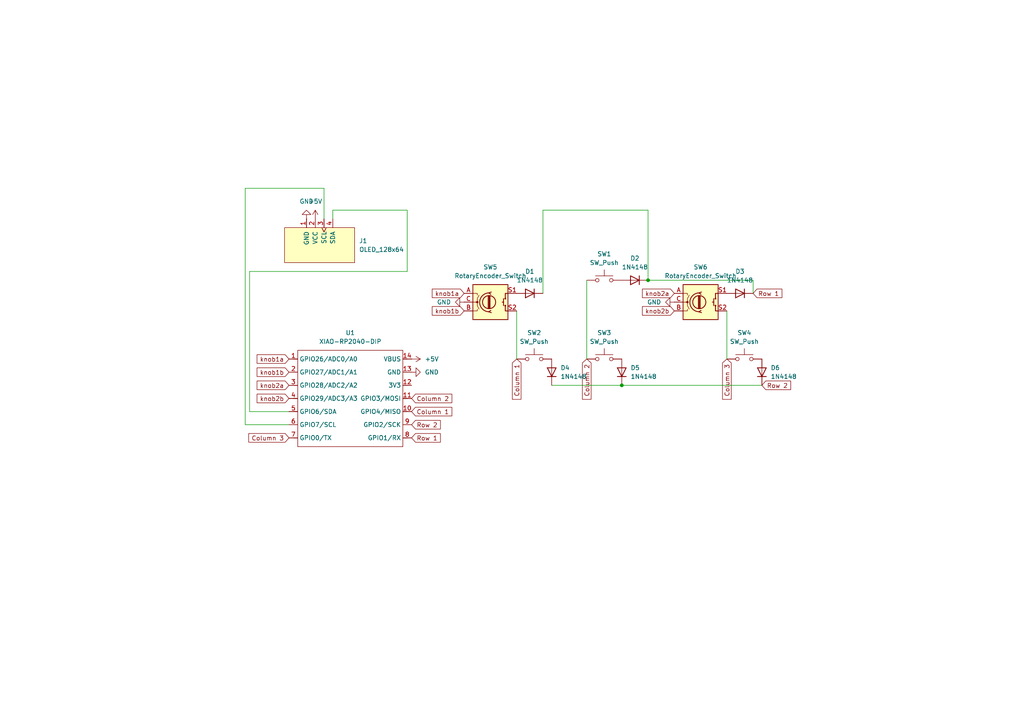
<source format=kicad_sch>
(kicad_sch
	(version 20250114)
	(generator "eeschema")
	(generator_version "9.0")
	(uuid "a3b0765c-1e8d-40a6-b861-9a7132065e75")
	(paper "A4")
	(lib_symbols
		(symbol "Device:RotaryEncoder_Switch"
			(pin_names
				(offset 0.254)
				(hide yes)
			)
			(exclude_from_sim no)
			(in_bom yes)
			(on_board yes)
			(property "Reference" "SW"
				(at 0 6.604 0)
				(effects
					(font
						(size 1.27 1.27)
					)
				)
			)
			(property "Value" "RotaryEncoder_Switch"
				(at 0 -6.604 0)
				(effects
					(font
						(size 1.27 1.27)
					)
				)
			)
			(property "Footprint" ""
				(at -3.81 4.064 0)
				(effects
					(font
						(size 1.27 1.27)
					)
					(hide yes)
				)
			)
			(property "Datasheet" "~"
				(at 0 6.604 0)
				(effects
					(font
						(size 1.27 1.27)
					)
					(hide yes)
				)
			)
			(property "Description" "Rotary encoder, dual channel, incremental quadrate outputs, with switch"
				(at 0 0 0)
				(effects
					(font
						(size 1.27 1.27)
					)
					(hide yes)
				)
			)
			(property "ki_keywords" "rotary switch encoder switch push button"
				(at 0 0 0)
				(effects
					(font
						(size 1.27 1.27)
					)
					(hide yes)
				)
			)
			(property "ki_fp_filters" "RotaryEncoder*Switch*"
				(at 0 0 0)
				(effects
					(font
						(size 1.27 1.27)
					)
					(hide yes)
				)
			)
			(symbol "RotaryEncoder_Switch_0_1"
				(rectangle
					(start -5.08 5.08)
					(end 5.08 -5.08)
					(stroke
						(width 0.254)
						(type default)
					)
					(fill
						(type background)
					)
				)
				(polyline
					(pts
						(xy -5.08 2.54) (xy -3.81 2.54) (xy -3.81 2.032)
					)
					(stroke
						(width 0)
						(type default)
					)
					(fill
						(type none)
					)
				)
				(polyline
					(pts
						(xy -5.08 0) (xy -3.81 0) (xy -3.81 -1.016) (xy -3.302 -2.032)
					)
					(stroke
						(width 0)
						(type default)
					)
					(fill
						(type none)
					)
				)
				(polyline
					(pts
						(xy -5.08 -2.54) (xy -3.81 -2.54) (xy -3.81 -2.032)
					)
					(stroke
						(width 0)
						(type default)
					)
					(fill
						(type none)
					)
				)
				(polyline
					(pts
						(xy -4.318 0) (xy -3.81 0) (xy -3.81 1.016) (xy -3.302 2.032)
					)
					(stroke
						(width 0)
						(type default)
					)
					(fill
						(type none)
					)
				)
				(circle
					(center -3.81 0)
					(radius 0.254)
					(stroke
						(width 0)
						(type default)
					)
					(fill
						(type outline)
					)
				)
				(polyline
					(pts
						(xy -0.635 -1.778) (xy -0.635 1.778)
					)
					(stroke
						(width 0.254)
						(type default)
					)
					(fill
						(type none)
					)
				)
				(circle
					(center -0.381 0)
					(radius 1.905)
					(stroke
						(width 0.254)
						(type default)
					)
					(fill
						(type none)
					)
				)
				(polyline
					(pts
						(xy -0.381 -1.778) (xy -0.381 1.778)
					)
					(stroke
						(width 0.254)
						(type default)
					)
					(fill
						(type none)
					)
				)
				(arc
					(start -0.381 -2.794)
					(mid -3.0988 -0.0635)
					(end -0.381 2.667)
					(stroke
						(width 0.254)
						(type default)
					)
					(fill
						(type none)
					)
				)
				(polyline
					(pts
						(xy -0.127 1.778) (xy -0.127 -1.778)
					)
					(stroke
						(width 0.254)
						(type default)
					)
					(fill
						(type none)
					)
				)
				(polyline
					(pts
						(xy 0.254 2.921) (xy -0.508 2.667) (xy 0.127 2.286)
					)
					(stroke
						(width 0.254)
						(type default)
					)
					(fill
						(type none)
					)
				)
				(polyline
					(pts
						(xy 0.254 -3.048) (xy -0.508 -2.794) (xy 0.127 -2.413)
					)
					(stroke
						(width 0.254)
						(type default)
					)
					(fill
						(type none)
					)
				)
				(polyline
					(pts
						(xy 3.81 1.016) (xy 3.81 -1.016)
					)
					(stroke
						(width 0.254)
						(type default)
					)
					(fill
						(type none)
					)
				)
				(polyline
					(pts
						(xy 3.81 0) (xy 3.429 0)
					)
					(stroke
						(width 0.254)
						(type default)
					)
					(fill
						(type none)
					)
				)
				(circle
					(center 4.318 1.016)
					(radius 0.127)
					(stroke
						(width 0.254)
						(type default)
					)
					(fill
						(type none)
					)
				)
				(circle
					(center 4.318 -1.016)
					(radius 0.127)
					(stroke
						(width 0.254)
						(type default)
					)
					(fill
						(type none)
					)
				)
				(polyline
					(pts
						(xy 5.08 2.54) (xy 4.318 2.54) (xy 4.318 1.016)
					)
					(stroke
						(width 0.254)
						(type default)
					)
					(fill
						(type none)
					)
				)
				(polyline
					(pts
						(xy 5.08 -2.54) (xy 4.318 -2.54) (xy 4.318 -1.016)
					)
					(stroke
						(width 0.254)
						(type default)
					)
					(fill
						(type none)
					)
				)
			)
			(symbol "RotaryEncoder_Switch_1_1"
				(pin passive line
					(at -7.62 2.54 0)
					(length 2.54)
					(name "A"
						(effects
							(font
								(size 1.27 1.27)
							)
						)
					)
					(number "A"
						(effects
							(font
								(size 1.27 1.27)
							)
						)
					)
				)
				(pin passive line
					(at -7.62 0 0)
					(length 2.54)
					(name "C"
						(effects
							(font
								(size 1.27 1.27)
							)
						)
					)
					(number "C"
						(effects
							(font
								(size 1.27 1.27)
							)
						)
					)
				)
				(pin passive line
					(at -7.62 -2.54 0)
					(length 2.54)
					(name "B"
						(effects
							(font
								(size 1.27 1.27)
							)
						)
					)
					(number "B"
						(effects
							(font
								(size 1.27 1.27)
							)
						)
					)
				)
				(pin passive line
					(at 7.62 2.54 180)
					(length 2.54)
					(name "S1"
						(effects
							(font
								(size 1.27 1.27)
							)
						)
					)
					(number "S1"
						(effects
							(font
								(size 1.27 1.27)
							)
						)
					)
				)
				(pin passive line
					(at 7.62 -2.54 180)
					(length 2.54)
					(name "S2"
						(effects
							(font
								(size 1.27 1.27)
							)
						)
					)
					(number "S2"
						(effects
							(font
								(size 1.27 1.27)
							)
						)
					)
				)
			)
			(embedded_fonts no)
		)
		(symbol "Diode:1N4148"
			(pin_numbers
				(hide yes)
			)
			(pin_names
				(hide yes)
			)
			(exclude_from_sim no)
			(in_bom yes)
			(on_board yes)
			(property "Reference" "D"
				(at 0 2.54 0)
				(effects
					(font
						(size 1.27 1.27)
					)
				)
			)
			(property "Value" "1N4148"
				(at 0 -2.54 0)
				(effects
					(font
						(size 1.27 1.27)
					)
				)
			)
			(property "Footprint" "Diode_THT:D_DO-35_SOD27_P7.62mm_Horizontal"
				(at 0 0 0)
				(effects
					(font
						(size 1.27 1.27)
					)
					(hide yes)
				)
			)
			(property "Datasheet" "https://assets.nexperia.com/documents/data-sheet/1N4148_1N4448.pdf"
				(at 0 0 0)
				(effects
					(font
						(size 1.27 1.27)
					)
					(hide yes)
				)
			)
			(property "Description" "100V 0.15A standard switching diode, DO-35"
				(at 0 0 0)
				(effects
					(font
						(size 1.27 1.27)
					)
					(hide yes)
				)
			)
			(property "Sim.Device" "D"
				(at 0 0 0)
				(effects
					(font
						(size 1.27 1.27)
					)
					(hide yes)
				)
			)
			(property "Sim.Pins" "1=K 2=A"
				(at 0 0 0)
				(effects
					(font
						(size 1.27 1.27)
					)
					(hide yes)
				)
			)
			(property "ki_keywords" "diode"
				(at 0 0 0)
				(effects
					(font
						(size 1.27 1.27)
					)
					(hide yes)
				)
			)
			(property "ki_fp_filters" "D*DO?35*"
				(at 0 0 0)
				(effects
					(font
						(size 1.27 1.27)
					)
					(hide yes)
				)
			)
			(symbol "1N4148_0_1"
				(polyline
					(pts
						(xy -1.27 1.27) (xy -1.27 -1.27)
					)
					(stroke
						(width 0.254)
						(type default)
					)
					(fill
						(type none)
					)
				)
				(polyline
					(pts
						(xy 1.27 1.27) (xy 1.27 -1.27) (xy -1.27 0) (xy 1.27 1.27)
					)
					(stroke
						(width 0.254)
						(type default)
					)
					(fill
						(type none)
					)
				)
				(polyline
					(pts
						(xy 1.27 0) (xy -1.27 0)
					)
					(stroke
						(width 0)
						(type default)
					)
					(fill
						(type none)
					)
				)
			)
			(symbol "1N4148_1_1"
				(pin passive line
					(at -3.81 0 0)
					(length 2.54)
					(name "K"
						(effects
							(font
								(size 1.27 1.27)
							)
						)
					)
					(number "1"
						(effects
							(font
								(size 1.27 1.27)
							)
						)
					)
				)
				(pin passive line
					(at 3.81 0 180)
					(length 2.54)
					(name "A"
						(effects
							(font
								(size 1.27 1.27)
							)
						)
					)
					(number "2"
						(effects
							(font
								(size 1.27 1.27)
							)
						)
					)
				)
			)
			(embedded_fonts no)
		)
		(symbol "OPL:XIAO-RP2040-DIP"
			(exclude_from_sim no)
			(in_bom yes)
			(on_board yes)
			(property "Reference" "U"
				(at 0 0 0)
				(effects
					(font
						(size 1.27 1.27)
					)
				)
			)
			(property "Value" "XIAO-RP2040-DIP"
				(at 5.334 -1.778 0)
				(effects
					(font
						(size 1.27 1.27)
					)
				)
			)
			(property "Footprint" "Module:MOUDLE14P-XIAO-DIP-SMD"
				(at 14.478 -32.258 0)
				(effects
					(font
						(size 1.27 1.27)
					)
					(hide yes)
				)
			)
			(property "Datasheet" ""
				(at 0 0 0)
				(effects
					(font
						(size 1.27 1.27)
					)
					(hide yes)
				)
			)
			(property "Description" ""
				(at 0 0 0)
				(effects
					(font
						(size 1.27 1.27)
					)
					(hide yes)
				)
			)
			(symbol "XIAO-RP2040-DIP_1_0"
				(polyline
					(pts
						(xy -1.27 -2.54) (xy 29.21 -2.54)
					)
					(stroke
						(width 0.1524)
						(type solid)
					)
					(fill
						(type none)
					)
				)
				(polyline
					(pts
						(xy -1.27 -5.08) (xy -2.54 -5.08)
					)
					(stroke
						(width 0.1524)
						(type solid)
					)
					(fill
						(type none)
					)
				)
				(polyline
					(pts
						(xy -1.27 -5.08) (xy -1.27 -2.54)
					)
					(stroke
						(width 0.1524)
						(type solid)
					)
					(fill
						(type none)
					)
				)
				(polyline
					(pts
						(xy -1.27 -8.89) (xy -2.54 -8.89)
					)
					(stroke
						(width 0.1524)
						(type solid)
					)
					(fill
						(type none)
					)
				)
				(polyline
					(pts
						(xy -1.27 -8.89) (xy -1.27 -5.08)
					)
					(stroke
						(width 0.1524)
						(type solid)
					)
					(fill
						(type none)
					)
				)
				(polyline
					(pts
						(xy -1.27 -12.7) (xy -2.54 -12.7)
					)
					(stroke
						(width 0.1524)
						(type solid)
					)
					(fill
						(type none)
					)
				)
				(polyline
					(pts
						(xy -1.27 -12.7) (xy -1.27 -8.89)
					)
					(stroke
						(width 0.1524)
						(type solid)
					)
					(fill
						(type none)
					)
				)
				(polyline
					(pts
						(xy -1.27 -16.51) (xy -2.54 -16.51)
					)
					(stroke
						(width 0.1524)
						(type solid)
					)
					(fill
						(type none)
					)
				)
				(polyline
					(pts
						(xy -1.27 -16.51) (xy -1.27 -12.7)
					)
					(stroke
						(width 0.1524)
						(type solid)
					)
					(fill
						(type none)
					)
				)
				(polyline
					(pts
						(xy -1.27 -20.32) (xy -2.54 -20.32)
					)
					(stroke
						(width 0.1524)
						(type solid)
					)
					(fill
						(type none)
					)
				)
				(polyline
					(pts
						(xy -1.27 -24.13) (xy -2.54 -24.13)
					)
					(stroke
						(width 0.1524)
						(type solid)
					)
					(fill
						(type none)
					)
				)
				(polyline
					(pts
						(xy -1.27 -27.94) (xy -2.54 -27.94)
					)
					(stroke
						(width 0.1524)
						(type solid)
					)
					(fill
						(type none)
					)
				)
				(polyline
					(pts
						(xy -1.27 -30.48) (xy -1.27 -16.51)
					)
					(stroke
						(width 0.1524)
						(type solid)
					)
					(fill
						(type none)
					)
				)
				(polyline
					(pts
						(xy 29.21 -2.54) (xy 29.21 -5.08)
					)
					(stroke
						(width 0.1524)
						(type solid)
					)
					(fill
						(type none)
					)
				)
				(polyline
					(pts
						(xy 29.21 -5.08) (xy 29.21 -8.89)
					)
					(stroke
						(width 0.1524)
						(type solid)
					)
					(fill
						(type none)
					)
				)
				(polyline
					(pts
						(xy 29.21 -8.89) (xy 29.21 -12.7)
					)
					(stroke
						(width 0.1524)
						(type solid)
					)
					(fill
						(type none)
					)
				)
				(polyline
					(pts
						(xy 29.21 -12.7) (xy 29.21 -30.48)
					)
					(stroke
						(width 0.1524)
						(type solid)
					)
					(fill
						(type none)
					)
				)
				(polyline
					(pts
						(xy 29.21 -30.48) (xy -1.27 -30.48)
					)
					(stroke
						(width 0.1524)
						(type solid)
					)
					(fill
						(type none)
					)
				)
				(polyline
					(pts
						(xy 30.48 -5.08) (xy 29.21 -5.08)
					)
					(stroke
						(width 0.1524)
						(type solid)
					)
					(fill
						(type none)
					)
				)
				(polyline
					(pts
						(xy 30.48 -8.89) (xy 29.21 -8.89)
					)
					(stroke
						(width 0.1524)
						(type solid)
					)
					(fill
						(type none)
					)
				)
				(polyline
					(pts
						(xy 30.48 -12.7) (xy 29.21 -12.7)
					)
					(stroke
						(width 0.1524)
						(type solid)
					)
					(fill
						(type none)
					)
				)
				(polyline
					(pts
						(xy 30.48 -16.51) (xy 29.21 -16.51)
					)
					(stroke
						(width 0.1524)
						(type solid)
					)
					(fill
						(type none)
					)
				)
				(polyline
					(pts
						(xy 30.48 -20.32) (xy 29.21 -20.32)
					)
					(stroke
						(width 0.1524)
						(type solid)
					)
					(fill
						(type none)
					)
				)
				(polyline
					(pts
						(xy 30.48 -24.13) (xy 29.21 -24.13)
					)
					(stroke
						(width 0.1524)
						(type solid)
					)
					(fill
						(type none)
					)
				)
				(polyline
					(pts
						(xy 30.48 -27.94) (xy 29.21 -27.94)
					)
					(stroke
						(width 0.1524)
						(type solid)
					)
					(fill
						(type none)
					)
				)
				(pin passive line
					(at -3.81 -5.08 0)
					(length 2.54)
					(name "GPIO26/ADC0/A0"
						(effects
							(font
								(size 1.27 1.27)
							)
						)
					)
					(number "1"
						(effects
							(font
								(size 1.27 1.27)
							)
						)
					)
				)
				(pin passive line
					(at -3.81 -8.89 0)
					(length 2.54)
					(name "GPIO27/ADC1/A1"
						(effects
							(font
								(size 1.27 1.27)
							)
						)
					)
					(number "2"
						(effects
							(font
								(size 1.27 1.27)
							)
						)
					)
				)
				(pin passive line
					(at -3.81 -12.7 0)
					(length 2.54)
					(name "GPIO28/ADC2/A2"
						(effects
							(font
								(size 1.27 1.27)
							)
						)
					)
					(number "3"
						(effects
							(font
								(size 1.27 1.27)
							)
						)
					)
				)
				(pin passive line
					(at -3.81 -16.51 0)
					(length 2.54)
					(name "GPIO29/ADC3/A3"
						(effects
							(font
								(size 1.27 1.27)
							)
						)
					)
					(number "4"
						(effects
							(font
								(size 1.27 1.27)
							)
						)
					)
				)
				(pin passive line
					(at -3.81 -20.32 0)
					(length 2.54)
					(name "GPIO6/SDA"
						(effects
							(font
								(size 1.27 1.27)
							)
						)
					)
					(number "5"
						(effects
							(font
								(size 1.27 1.27)
							)
						)
					)
				)
				(pin passive line
					(at -3.81 -24.13 0)
					(length 2.54)
					(name "GPIO7/SCL"
						(effects
							(font
								(size 1.27 1.27)
							)
						)
					)
					(number "6"
						(effects
							(font
								(size 1.27 1.27)
							)
						)
					)
				)
				(pin passive line
					(at -3.81 -27.94 0)
					(length 2.54)
					(name "GPIO0/TX"
						(effects
							(font
								(size 1.27 1.27)
							)
						)
					)
					(number "7"
						(effects
							(font
								(size 1.27 1.27)
							)
						)
					)
				)
				(pin passive line
					(at 31.75 -5.08 180)
					(length 2.54)
					(name "VBUS"
						(effects
							(font
								(size 1.27 1.27)
							)
						)
					)
					(number "14"
						(effects
							(font
								(size 1.27 1.27)
							)
						)
					)
				)
				(pin passive line
					(at 31.75 -8.89 180)
					(length 2.54)
					(name "GND"
						(effects
							(font
								(size 1.27 1.27)
							)
						)
					)
					(number "13"
						(effects
							(font
								(size 1.27 1.27)
							)
						)
					)
				)
				(pin passive line
					(at 31.75 -12.7 180)
					(length 2.54)
					(name "3V3"
						(effects
							(font
								(size 1.27 1.27)
							)
						)
					)
					(number "12"
						(effects
							(font
								(size 1.27 1.27)
							)
						)
					)
				)
				(pin passive line
					(at 31.75 -16.51 180)
					(length 2.54)
					(name "GPIO3/MOSI"
						(effects
							(font
								(size 1.27 1.27)
							)
						)
					)
					(number "11"
						(effects
							(font
								(size 1.27 1.27)
							)
						)
					)
				)
				(pin passive line
					(at 31.75 -20.32 180)
					(length 2.54)
					(name "GPIO4/MISO"
						(effects
							(font
								(size 1.27 1.27)
							)
						)
					)
					(number "10"
						(effects
							(font
								(size 1.27 1.27)
							)
						)
					)
				)
				(pin passive line
					(at 31.75 -24.13 180)
					(length 2.54)
					(name "GPIO2/SCK"
						(effects
							(font
								(size 1.27 1.27)
							)
						)
					)
					(number "9"
						(effects
							(font
								(size 1.27 1.27)
							)
						)
					)
				)
				(pin passive line
					(at 31.75 -27.94 180)
					(length 2.54)
					(name "GPIO1/RX"
						(effects
							(font
								(size 1.27 1.27)
							)
						)
					)
					(number "8"
						(effects
							(font
								(size 1.27 1.27)
							)
						)
					)
				)
			)
			(embedded_fonts no)
		)
		(symbol "ScottoKeebs:OLED_128x64"
			(pin_names
				(offset 1.016)
			)
			(exclude_from_sim no)
			(in_bom yes)
			(on_board yes)
			(property "Reference" "J"
				(at 0 -11.43 0)
				(effects
					(font
						(size 1.27 1.27)
					)
				)
			)
			(property "Value" "OLED_128x64"
				(at 0 -7.62 0)
				(effects
					(font
						(size 1.27 1.27)
					)
				)
			)
			(property "Footprint" "ScottoKeebs_Components:OLED_128x64"
				(at 0 -13.97 0)
				(effects
					(font
						(size 1.27 1.27)
					)
					(hide yes)
				)
			)
			(property "Datasheet" ""
				(at 1.27 0 90)
				(effects
					(font
						(size 1.27 1.27)
					)
					(hide yes)
				)
			)
			(property "Description" ""
				(at 0 0 0)
				(effects
					(font
						(size 1.27 1.27)
					)
					(hide yes)
				)
			)
			(symbol "OLED_128x64_0_1"
				(rectangle
					(start 10.16 -10.16)
					(end -10.16 0)
					(stroke
						(width 0)
						(type default)
					)
					(fill
						(type background)
					)
				)
			)
			(symbol "OLED_128x64_1_1"
				(pin power_in line
					(at -3.81 2.54 270)
					(length 2.54)
					(name "GND"
						(effects
							(font
								(size 1.27 1.27)
							)
						)
					)
					(number "1"
						(effects
							(font
								(size 1.27 1.27)
							)
						)
					)
				)
				(pin power_in line
					(at -1.27 2.54 270)
					(length 2.54)
					(name "VCC"
						(effects
							(font
								(size 1.27 1.27)
							)
						)
					)
					(number "2"
						(effects
							(font
								(size 1.27 1.27)
							)
						)
					)
				)
				(pin input clock
					(at 1.27 2.54 270)
					(length 2.54)
					(name "SCL"
						(effects
							(font
								(size 1.27 1.27)
							)
						)
					)
					(number "3"
						(effects
							(font
								(size 1.27 1.27)
							)
						)
					)
				)
				(pin bidirectional line
					(at 3.81 2.54 270)
					(length 2.54)
					(name "SDA"
						(effects
							(font
								(size 1.27 1.27)
							)
						)
					)
					(number "4"
						(effects
							(font
								(size 1.27 1.27)
							)
						)
					)
				)
			)
			(embedded_fonts no)
		)
		(symbol "Switch:SW_Push"
			(pin_numbers
				(hide yes)
			)
			(pin_names
				(offset 1.016)
				(hide yes)
			)
			(exclude_from_sim no)
			(in_bom yes)
			(on_board yes)
			(property "Reference" "SW"
				(at 1.27 2.54 0)
				(effects
					(font
						(size 1.27 1.27)
					)
					(justify left)
				)
			)
			(property "Value" "SW_Push"
				(at 0 -1.524 0)
				(effects
					(font
						(size 1.27 1.27)
					)
				)
			)
			(property "Footprint" ""
				(at 0 5.08 0)
				(effects
					(font
						(size 1.27 1.27)
					)
					(hide yes)
				)
			)
			(property "Datasheet" "~"
				(at 0 5.08 0)
				(effects
					(font
						(size 1.27 1.27)
					)
					(hide yes)
				)
			)
			(property "Description" "Push button switch, generic, two pins"
				(at 0 0 0)
				(effects
					(font
						(size 1.27 1.27)
					)
					(hide yes)
				)
			)
			(property "ki_keywords" "switch normally-open pushbutton push-button"
				(at 0 0 0)
				(effects
					(font
						(size 1.27 1.27)
					)
					(hide yes)
				)
			)
			(symbol "SW_Push_0_1"
				(circle
					(center -2.032 0)
					(radius 0.508)
					(stroke
						(width 0)
						(type default)
					)
					(fill
						(type none)
					)
				)
				(polyline
					(pts
						(xy 0 1.27) (xy 0 3.048)
					)
					(stroke
						(width 0)
						(type default)
					)
					(fill
						(type none)
					)
				)
				(circle
					(center 2.032 0)
					(radius 0.508)
					(stroke
						(width 0)
						(type default)
					)
					(fill
						(type none)
					)
				)
				(polyline
					(pts
						(xy 2.54 1.27) (xy -2.54 1.27)
					)
					(stroke
						(width 0)
						(type default)
					)
					(fill
						(type none)
					)
				)
				(pin passive line
					(at -5.08 0 0)
					(length 2.54)
					(name "1"
						(effects
							(font
								(size 1.27 1.27)
							)
						)
					)
					(number "1"
						(effects
							(font
								(size 1.27 1.27)
							)
						)
					)
				)
				(pin passive line
					(at 5.08 0 180)
					(length 2.54)
					(name "2"
						(effects
							(font
								(size 1.27 1.27)
							)
						)
					)
					(number "2"
						(effects
							(font
								(size 1.27 1.27)
							)
						)
					)
				)
			)
			(embedded_fonts no)
		)
		(symbol "power:+5V"
			(power)
			(pin_numbers
				(hide yes)
			)
			(pin_names
				(offset 0)
				(hide yes)
			)
			(exclude_from_sim no)
			(in_bom yes)
			(on_board yes)
			(property "Reference" "#PWR"
				(at 0 -3.81 0)
				(effects
					(font
						(size 1.27 1.27)
					)
					(hide yes)
				)
			)
			(property "Value" "+5V"
				(at 0 3.556 0)
				(effects
					(font
						(size 1.27 1.27)
					)
				)
			)
			(property "Footprint" ""
				(at 0 0 0)
				(effects
					(font
						(size 1.27 1.27)
					)
					(hide yes)
				)
			)
			(property "Datasheet" ""
				(at 0 0 0)
				(effects
					(font
						(size 1.27 1.27)
					)
					(hide yes)
				)
			)
			(property "Description" "Power symbol creates a global label with name \"+5V\""
				(at 0 0 0)
				(effects
					(font
						(size 1.27 1.27)
					)
					(hide yes)
				)
			)
			(property "ki_keywords" "global power"
				(at 0 0 0)
				(effects
					(font
						(size 1.27 1.27)
					)
					(hide yes)
				)
			)
			(symbol "+5V_0_1"
				(polyline
					(pts
						(xy -0.762 1.27) (xy 0 2.54)
					)
					(stroke
						(width 0)
						(type default)
					)
					(fill
						(type none)
					)
				)
				(polyline
					(pts
						(xy 0 2.54) (xy 0.762 1.27)
					)
					(stroke
						(width 0)
						(type default)
					)
					(fill
						(type none)
					)
				)
				(polyline
					(pts
						(xy 0 0) (xy 0 2.54)
					)
					(stroke
						(width 0)
						(type default)
					)
					(fill
						(type none)
					)
				)
			)
			(symbol "+5V_1_1"
				(pin power_in line
					(at 0 0 90)
					(length 0)
					(name "~"
						(effects
							(font
								(size 1.27 1.27)
							)
						)
					)
					(number "1"
						(effects
							(font
								(size 1.27 1.27)
							)
						)
					)
				)
			)
			(embedded_fonts no)
		)
		(symbol "power:GND"
			(power)
			(pin_numbers
				(hide yes)
			)
			(pin_names
				(offset 0)
				(hide yes)
			)
			(exclude_from_sim no)
			(in_bom yes)
			(on_board yes)
			(property "Reference" "#PWR"
				(at 0 -6.35 0)
				(effects
					(font
						(size 1.27 1.27)
					)
					(hide yes)
				)
			)
			(property "Value" "GND"
				(at 0 -3.81 0)
				(effects
					(font
						(size 1.27 1.27)
					)
				)
			)
			(property "Footprint" ""
				(at 0 0 0)
				(effects
					(font
						(size 1.27 1.27)
					)
					(hide yes)
				)
			)
			(property "Datasheet" ""
				(at 0 0 0)
				(effects
					(font
						(size 1.27 1.27)
					)
					(hide yes)
				)
			)
			(property "Description" "Power symbol creates a global label with name \"GND\" , ground"
				(at 0 0 0)
				(effects
					(font
						(size 1.27 1.27)
					)
					(hide yes)
				)
			)
			(property "ki_keywords" "global power"
				(at 0 0 0)
				(effects
					(font
						(size 1.27 1.27)
					)
					(hide yes)
				)
			)
			(symbol "GND_0_1"
				(polyline
					(pts
						(xy 0 0) (xy 0 -1.27) (xy 1.27 -1.27) (xy 0 -2.54) (xy -1.27 -1.27) (xy 0 -1.27)
					)
					(stroke
						(width 0)
						(type default)
					)
					(fill
						(type none)
					)
				)
			)
			(symbol "GND_1_1"
				(pin power_in line
					(at 0 0 270)
					(length 0)
					(name "~"
						(effects
							(font
								(size 1.27 1.27)
							)
						)
					)
					(number "1"
						(effects
							(font
								(size 1.27 1.27)
							)
						)
					)
				)
			)
			(embedded_fonts no)
		)
	)
	(junction
		(at 180.34 111.76)
		(diameter 0)
		(color 0 0 0 0)
		(uuid "03bf8896-012c-4981-9d88-f0209b84d8ca")
	)
	(junction
		(at 187.96 81.28)
		(diameter 0)
		(color 0 0 0 0)
		(uuid "06a1aaac-5924-4a5a-b499-37411f7dd0f3")
	)
	(wire
		(pts
			(xy 71.12 54.61) (xy 71.12 123.19)
		)
		(stroke
			(width 0)
			(type default)
		)
		(uuid "02b7aad2-adaa-4e36-afd1-c44acfc3a98a")
	)
	(wire
		(pts
			(xy 157.48 85.09) (xy 157.48 60.96)
		)
		(stroke
			(width 0)
			(type default)
		)
		(uuid "08dca00f-af94-44af-9e4d-36d3bcd6feb0")
	)
	(wire
		(pts
			(xy 170.18 81.28) (xy 170.18 104.14)
		)
		(stroke
			(width 0)
			(type default)
		)
		(uuid "2a009e3a-b764-4bee-b96c-0a69f11cd205")
	)
	(wire
		(pts
			(xy 71.12 54.61) (xy 93.98 54.61)
		)
		(stroke
			(width 0)
			(type default)
		)
		(uuid "3282e570-bbf2-42b6-ab5c-ecd88bc3fd1d")
	)
	(wire
		(pts
			(xy 83.82 119.38) (xy 72.39 119.38)
		)
		(stroke
			(width 0)
			(type default)
		)
		(uuid "37ecc5ef-ed89-4c44-888f-67ce09d145d1")
	)
	(wire
		(pts
			(xy 187.96 81.28) (xy 218.44 81.28)
		)
		(stroke
			(width 0)
			(type default)
		)
		(uuid "42cf6cdf-6829-45e3-91e7-15bb18b3fe86")
	)
	(wire
		(pts
			(xy 118.11 78.74) (xy 118.11 60.96)
		)
		(stroke
			(width 0)
			(type default)
		)
		(uuid "547ef724-b460-42f5-a796-4f9b01d8ec16")
	)
	(wire
		(pts
			(xy 187.96 60.96) (xy 187.96 81.28)
		)
		(stroke
			(width 0)
			(type default)
		)
		(uuid "65c113ab-7f73-492a-adb4-e14dc616f8e6")
	)
	(wire
		(pts
			(xy 93.98 54.61) (xy 93.98 63.5)
		)
		(stroke
			(width 0)
			(type default)
		)
		(uuid "69bfb125-8edb-4fb1-a34d-a1e2704689cf")
	)
	(wire
		(pts
			(xy 118.11 60.96) (xy 96.52 60.96)
		)
		(stroke
			(width 0)
			(type default)
		)
		(uuid "71d75702-21bf-4b38-a186-6fa2eb7f952b")
	)
	(wire
		(pts
			(xy 71.12 123.19) (xy 83.82 123.19)
		)
		(stroke
			(width 0)
			(type default)
		)
		(uuid "738c766b-fe12-4dd8-b70d-19033f5a179d")
	)
	(wire
		(pts
			(xy 149.86 90.17) (xy 149.86 104.14)
		)
		(stroke
			(width 0)
			(type default)
		)
		(uuid "851c9edd-9076-4f12-bbea-5564bafa4604")
	)
	(wire
		(pts
			(xy 160.02 111.76) (xy 180.34 111.76)
		)
		(stroke
			(width 0)
			(type default)
		)
		(uuid "94fb313d-7092-4be6-9c7c-a44f37768e21")
	)
	(wire
		(pts
			(xy 72.39 119.38) (xy 72.39 78.74)
		)
		(stroke
			(width 0)
			(type default)
		)
		(uuid "aea4620a-14ef-471e-9e25-4a1e672fa1cb")
	)
	(wire
		(pts
			(xy 72.39 78.74) (xy 118.11 78.74)
		)
		(stroke
			(width 0)
			(type default)
		)
		(uuid "b0f976b6-83a3-439c-adb9-cdbc5cd3d0e9")
	)
	(wire
		(pts
			(xy 180.34 111.76) (xy 220.98 111.76)
		)
		(stroke
			(width 0)
			(type default)
		)
		(uuid "b59dc32f-3027-4bef-92cc-423678f1b2e8")
	)
	(wire
		(pts
			(xy 96.52 60.96) (xy 96.52 63.5)
		)
		(stroke
			(width 0)
			(type default)
		)
		(uuid "ca16a4e5-4c2e-43f6-91f0-aa0344185f1e")
	)
	(wire
		(pts
			(xy 218.44 81.28) (xy 218.44 85.09)
		)
		(stroke
			(width 0)
			(type default)
		)
		(uuid "dcbee58d-37fb-41e9-b70a-83149cc4116a")
	)
	(wire
		(pts
			(xy 157.48 60.96) (xy 187.96 60.96)
		)
		(stroke
			(width 0)
			(type default)
		)
		(uuid "fb51122c-ecab-4889-a790-a7d4d5cff4fb")
	)
	(wire
		(pts
			(xy 210.82 90.17) (xy 210.82 104.14)
		)
		(stroke
			(width 0)
			(type default)
		)
		(uuid "fcea6fa7-cf00-4f73-a980-d7dc4a30aa56")
	)
	(global_label "Row 2"
		(shape input)
		(at 119.38 123.19 0)
		(fields_autoplaced yes)
		(effects
			(font
				(size 1.27 1.27)
			)
			(justify left)
		)
		(uuid "0cb47b9a-27ba-4258-b50a-bb83eb6b7c39")
		(property "Intersheetrefs" "${INTERSHEET_REFS}"
			(at 128.2918 123.19 0)
			(effects
				(font
					(size 1.27 1.27)
				)
				(justify left)
				(hide yes)
			)
		)
	)
	(global_label "knob2b"
		(shape input)
		(at 83.82 115.57 180)
		(fields_autoplaced yes)
		(effects
			(font
				(size 1.27 1.27)
			)
			(justify right)
		)
		(uuid "26106216-0d3c-4feb-952d-0358d6f179d3")
		(property "Intersheetrefs" "${INTERSHEET_REFS}"
			(at 74.0012 115.57 0)
			(effects
				(font
					(size 1.27 1.27)
				)
				(justify right)
				(hide yes)
			)
		)
	)
	(global_label "knob2a"
		(shape input)
		(at 195.58 85.09 180)
		(fields_autoplaced yes)
		(effects
			(font
				(size 1.27 1.27)
			)
			(justify right)
		)
		(uuid "299a2f2d-2074-42cd-8283-e00da6143938")
		(property "Intersheetrefs" "${INTERSHEET_REFS}"
			(at 185.7612 85.09 0)
			(effects
				(font
					(size 1.27 1.27)
				)
				(justify right)
				(hide yes)
			)
		)
	)
	(global_label "knob2a"
		(shape input)
		(at 83.82 111.76 180)
		(fields_autoplaced yes)
		(effects
			(font
				(size 1.27 1.27)
			)
			(justify right)
		)
		(uuid "2a03a01d-2571-44e3-a83d-d4478a285bc1")
		(property "Intersheetrefs" "${INTERSHEET_REFS}"
			(at 74.0012 111.76 0)
			(effects
				(font
					(size 1.27 1.27)
				)
				(justify right)
				(hide yes)
			)
		)
	)
	(global_label "knob1a"
		(shape input)
		(at 83.82 104.14 180)
		(fields_autoplaced yes)
		(effects
			(font
				(size 1.27 1.27)
			)
			(justify right)
		)
		(uuid "375ff61c-65ef-4b16-bc2e-03e884ec4395")
		(property "Intersheetrefs" "${INTERSHEET_REFS}"
			(at 74.0012 104.14 0)
			(effects
				(font
					(size 1.27 1.27)
				)
				(justify right)
				(hide yes)
			)
		)
	)
	(global_label "Column 3"
		(shape input)
		(at 210.82 104.14 270)
		(fields_autoplaced yes)
		(effects
			(font
				(size 1.27 1.27)
			)
			(justify right)
		)
		(uuid "3961024f-6a81-45bb-b205-9a6616c686e2")
		(property "Intersheetrefs" "${INTERSHEET_REFS}"
			(at 210.82 116.3778 90)
			(effects
				(font
					(size 1.27 1.27)
				)
				(justify right)
				(hide yes)
			)
		)
	)
	(global_label "knob1a"
		(shape input)
		(at 134.62 85.09 180)
		(fields_autoplaced yes)
		(effects
			(font
				(size 1.27 1.27)
			)
			(justify right)
		)
		(uuid "46c37815-d00b-4569-88cd-2e08b83c49bb")
		(property "Intersheetrefs" "${INTERSHEET_REFS}"
			(at 124.8012 85.09 0)
			(effects
				(font
					(size 1.27 1.27)
				)
				(justify right)
				(hide yes)
			)
		)
	)
	(global_label "knob1b"
		(shape input)
		(at 83.82 107.95 180)
		(fields_autoplaced yes)
		(effects
			(font
				(size 1.27 1.27)
			)
			(justify right)
		)
		(uuid "4836b5c8-a8f7-4d45-8f3d-b633bab9e15b")
		(property "Intersheetrefs" "${INTERSHEET_REFS}"
			(at 74.0012 107.95 0)
			(effects
				(font
					(size 1.27 1.27)
				)
				(justify right)
				(hide yes)
			)
		)
	)
	(global_label "Column 2"
		(shape input)
		(at 170.18 104.14 270)
		(fields_autoplaced yes)
		(effects
			(font
				(size 1.27 1.27)
			)
			(justify right)
		)
		(uuid "5eacdb7d-2525-44e3-b635-9076f2f0c737")
		(property "Intersheetrefs" "${INTERSHEET_REFS}"
			(at 170.18 116.3778 90)
			(effects
				(font
					(size 1.27 1.27)
				)
				(justify right)
				(hide yes)
			)
		)
	)
	(global_label "knob1b"
		(shape input)
		(at 134.62 90.17 180)
		(fields_autoplaced yes)
		(effects
			(font
				(size 1.27 1.27)
			)
			(justify right)
		)
		(uuid "6f61454a-bac5-45b9-882b-58acd708478a")
		(property "Intersheetrefs" "${INTERSHEET_REFS}"
			(at 124.8012 90.17 0)
			(effects
				(font
					(size 1.27 1.27)
				)
				(justify right)
				(hide yes)
			)
		)
	)
	(global_label "Column 1"
		(shape input)
		(at 149.86 104.14 270)
		(fields_autoplaced yes)
		(effects
			(font
				(size 1.27 1.27)
			)
			(justify right)
		)
		(uuid "96d30da4-a050-4795-a2ff-a1f0d152bca8")
		(property "Intersheetrefs" "${INTERSHEET_REFS}"
			(at 149.86 116.3778 90)
			(effects
				(font
					(size 1.27 1.27)
				)
				(justify right)
				(hide yes)
			)
		)
	)
	(global_label "knob2b"
		(shape input)
		(at 195.58 90.17 180)
		(fields_autoplaced yes)
		(effects
			(font
				(size 1.27 1.27)
			)
			(justify right)
		)
		(uuid "97685371-2cdf-4a3f-ab92-a85c0b5b81d7")
		(property "Intersheetrefs" "${INTERSHEET_REFS}"
			(at 185.7612 90.17 0)
			(effects
				(font
					(size 1.27 1.27)
				)
				(justify right)
				(hide yes)
			)
		)
	)
	(global_label "Column 3"
		(shape input)
		(at 83.82 127 180)
		(fields_autoplaced yes)
		(effects
			(font
				(size 1.27 1.27)
			)
			(justify right)
		)
		(uuid "ab355c2c-770d-400f-ac1f-6d1aae51bc8e")
		(property "Intersheetrefs" "${INTERSHEET_REFS}"
			(at 71.5822 127 0)
			(effects
				(font
					(size 1.27 1.27)
				)
				(justify right)
				(hide yes)
			)
		)
	)
	(global_label "Row 1"
		(shape input)
		(at 119.38 127 0)
		(fields_autoplaced yes)
		(effects
			(font
				(size 1.27 1.27)
			)
			(justify left)
		)
		(uuid "b88846df-92bb-4797-8c81-ad7d59a00cc7")
		(property "Intersheetrefs" "${INTERSHEET_REFS}"
			(at 128.2918 127 0)
			(effects
				(font
					(size 1.27 1.27)
				)
				(justify left)
				(hide yes)
			)
		)
	)
	(global_label "Column 2"
		(shape input)
		(at 119.38 115.57 0)
		(fields_autoplaced yes)
		(effects
			(font
				(size 1.27 1.27)
			)
			(justify left)
		)
		(uuid "c8c3f909-7364-42db-b871-0c7d2b4f7172")
		(property "Intersheetrefs" "${INTERSHEET_REFS}"
			(at 131.6178 115.57 0)
			(effects
				(font
					(size 1.27 1.27)
				)
				(justify left)
				(hide yes)
			)
		)
	)
	(global_label "Row 1"
		(shape input)
		(at 218.44 85.09 0)
		(fields_autoplaced yes)
		(effects
			(font
				(size 1.27 1.27)
			)
			(justify left)
		)
		(uuid "df7c050d-ed82-45c1-a222-7be03124e8db")
		(property "Intersheetrefs" "${INTERSHEET_REFS}"
			(at 227.3518 85.09 0)
			(effects
				(font
					(size 1.27 1.27)
				)
				(justify left)
				(hide yes)
			)
		)
	)
	(global_label "Column 1"
		(shape input)
		(at 119.38 119.38 0)
		(fields_autoplaced yes)
		(effects
			(font
				(size 1.27 1.27)
			)
			(justify left)
		)
		(uuid "e39c01d5-85ca-4168-a7f6-de53d91b4f4c")
		(property "Intersheetrefs" "${INTERSHEET_REFS}"
			(at 131.6178 119.38 0)
			(effects
				(font
					(size 1.27 1.27)
				)
				(justify left)
				(hide yes)
			)
		)
	)
	(global_label "Row 2"
		(shape input)
		(at 220.98 111.76 0)
		(fields_autoplaced yes)
		(effects
			(font
				(size 1.27 1.27)
			)
			(justify left)
		)
		(uuid "eb827c83-931b-4ebd-8eb4-525bdc3c983f")
		(property "Intersheetrefs" "${INTERSHEET_REFS}"
			(at 229.8918 111.76 0)
			(effects
				(font
					(size 1.27 1.27)
				)
				(justify left)
				(hide yes)
			)
		)
	)
	(symbol
		(lib_id "power:+5V")
		(at 119.38 104.14 270)
		(unit 1)
		(exclude_from_sim no)
		(in_bom yes)
		(on_board yes)
		(dnp no)
		(fields_autoplaced yes)
		(uuid "115e99c7-c510-450a-8b55-0c4a09a1f2be")
		(property "Reference" "#PWR01"
			(at 115.57 104.14 0)
			(effects
				(font
					(size 1.27 1.27)
				)
				(hide yes)
			)
		)
		(property "Value" "+5V"
			(at 123.19 104.1399 90)
			(effects
				(font
					(size 1.27 1.27)
				)
				(justify left)
			)
		)
		(property "Footprint" ""
			(at 119.38 104.14 0)
			(effects
				(font
					(size 1.27 1.27)
				)
				(hide yes)
			)
		)
		(property "Datasheet" ""
			(at 119.38 104.14 0)
			(effects
				(font
					(size 1.27 1.27)
				)
				(hide yes)
			)
		)
		(property "Description" "Power symbol creates a global label with name \"+5V\""
			(at 119.38 104.14 0)
			(effects
				(font
					(size 1.27 1.27)
				)
				(hide yes)
			)
		)
		(pin "1"
			(uuid "dc7380e6-25ea-475c-a46c-045a565add77")
		)
		(instances
			(project ""
				(path "/a3b0765c-1e8d-40a6-b861-9a7132065e75"
					(reference "#PWR01")
					(unit 1)
				)
			)
		)
	)
	(symbol
		(lib_id "power:+5V")
		(at 91.44 63.5 0)
		(unit 1)
		(exclude_from_sim no)
		(in_bom yes)
		(on_board yes)
		(dnp no)
		(fields_autoplaced yes)
		(uuid "1f56a396-ff93-488d-8d4f-3c4e5f21dd16")
		(property "Reference" "#PWR02"
			(at 91.44 67.31 0)
			(effects
				(font
					(size 1.27 1.27)
				)
				(hide yes)
			)
		)
		(property "Value" "+5V"
			(at 91.44 58.42 0)
			(effects
				(font
					(size 1.27 1.27)
				)
			)
		)
		(property "Footprint" ""
			(at 91.44 63.5 0)
			(effects
				(font
					(size 1.27 1.27)
				)
				(hide yes)
			)
		)
		(property "Datasheet" ""
			(at 91.44 63.5 0)
			(effects
				(font
					(size 1.27 1.27)
				)
				(hide yes)
			)
		)
		(property "Description" "Power symbol creates a global label with name \"+5V\""
			(at 91.44 63.5 0)
			(effects
				(font
					(size 1.27 1.27)
				)
				(hide yes)
			)
		)
		(pin "1"
			(uuid "dc7380e6-25ea-475c-a46c-045a565add78")
		)
		(instances
			(project ""
				(path "/a3b0765c-1e8d-40a6-b861-9a7132065e75"
					(reference "#PWR02")
					(unit 1)
				)
			)
		)
	)
	(symbol
		(lib_id "Switch:SW_Push")
		(at 154.94 104.14 0)
		(unit 1)
		(exclude_from_sim no)
		(in_bom yes)
		(on_board yes)
		(dnp no)
		(fields_autoplaced yes)
		(uuid "25e462c1-f7a8-4564-930e-aacea4e59c60")
		(property "Reference" "SW2"
			(at 154.94 96.52 0)
			(effects
				(font
					(size 1.27 1.27)
				)
			)
		)
		(property "Value" "SW_Push"
			(at 154.94 99.06 0)
			(effects
				(font
					(size 1.27 1.27)
				)
			)
		)
		(property "Footprint" "Button_Switch_Keyboard:SW_Cherry_MX_1.00u_PCB"
			(at 154.94 99.06 0)
			(effects
				(font
					(size 1.27 1.27)
				)
				(hide yes)
			)
		)
		(property "Datasheet" "~"
			(at 154.94 99.06 0)
			(effects
				(font
					(size 1.27 1.27)
				)
				(hide yes)
			)
		)
		(property "Description" "Push button switch, generic, two pins"
			(at 154.94 104.14 0)
			(effects
				(font
					(size 1.27 1.27)
				)
				(hide yes)
			)
		)
		(pin "2"
			(uuid "a7c3af84-25d5-43d5-8d64-97cb6fcca056")
		)
		(pin "1"
			(uuid "6351e23e-2836-4072-86cb-3582acb44faf")
		)
		(instances
			(project ""
				(path "/a3b0765c-1e8d-40a6-b861-9a7132065e75"
					(reference "SW2")
					(unit 1)
				)
			)
		)
	)
	(symbol
		(lib_id "power:GND")
		(at 88.9 63.5 180)
		(unit 1)
		(exclude_from_sim no)
		(in_bom yes)
		(on_board yes)
		(dnp no)
		(fields_autoplaced yes)
		(uuid "30aa46ca-c60e-4e5c-86f2-043c68064925")
		(property "Reference" "#PWR06"
			(at 88.9 57.15 0)
			(effects
				(font
					(size 1.27 1.27)
				)
				(hide yes)
			)
		)
		(property "Value" "GND"
			(at 88.9 58.42 0)
			(effects
				(font
					(size 1.27 1.27)
				)
			)
		)
		(property "Footprint" ""
			(at 88.9 63.5 0)
			(effects
				(font
					(size 1.27 1.27)
				)
				(hide yes)
			)
		)
		(property "Datasheet" ""
			(at 88.9 63.5 0)
			(effects
				(font
					(size 1.27 1.27)
				)
				(hide yes)
			)
		)
		(property "Description" "Power symbol creates a global label with name \"GND\" , ground"
			(at 88.9 63.5 0)
			(effects
				(font
					(size 1.27 1.27)
				)
				(hide yes)
			)
		)
		(pin "1"
			(uuid "9cd85e28-8f12-4758-bd17-9966073a8e58")
		)
		(instances
			(project ""
				(path "/a3b0765c-1e8d-40a6-b861-9a7132065e75"
					(reference "#PWR06")
					(unit 1)
				)
			)
		)
	)
	(symbol
		(lib_id "Diode:1N4148")
		(at 220.98 107.95 90)
		(unit 1)
		(exclude_from_sim no)
		(in_bom yes)
		(on_board yes)
		(dnp no)
		(fields_autoplaced yes)
		(uuid "3aa82f48-ab9a-4fba-96f3-a975c487b2b1")
		(property "Reference" "D6"
			(at 223.52 106.6799 90)
			(effects
				(font
					(size 1.27 1.27)
				)
				(justify right)
			)
		)
		(property "Value" "1N4148"
			(at 223.52 109.2199 90)
			(effects
				(font
					(size 1.27 1.27)
				)
				(justify right)
			)
		)
		(property "Footprint" "Diode_THT:D_DO-35_SOD27_P7.62mm_Horizontal"
			(at 220.98 107.95 0)
			(effects
				(font
					(size 1.27 1.27)
				)
				(hide yes)
			)
		)
		(property "Datasheet" "https://assets.nexperia.com/documents/data-sheet/1N4148_1N4448.pdf"
			(at 220.98 107.95 0)
			(effects
				(font
					(size 1.27 1.27)
				)
				(hide yes)
			)
		)
		(property "Description" "100V 0.15A standard switching diode, DO-35"
			(at 220.98 107.95 0)
			(effects
				(font
					(size 1.27 1.27)
				)
				(hide yes)
			)
		)
		(property "Sim.Device" "D"
			(at 220.98 107.95 0)
			(effects
				(font
					(size 1.27 1.27)
				)
				(hide yes)
			)
		)
		(property "Sim.Pins" "1=K 2=A"
			(at 220.98 107.95 0)
			(effects
				(font
					(size 1.27 1.27)
				)
				(hide yes)
			)
		)
		(pin "2"
			(uuid "18dadc71-d3ae-49a7-ad4f-69ba80d1e293")
		)
		(pin "1"
			(uuid "3965b7f5-4ad2-4e0a-81cd-750165292cab")
		)
		(instances
			(project "fogpad"
				(path "/a3b0765c-1e8d-40a6-b861-9a7132065e75"
					(reference "D6")
					(unit 1)
				)
			)
		)
	)
	(symbol
		(lib_id "power:GND")
		(at 134.62 87.63 270)
		(unit 1)
		(exclude_from_sim no)
		(in_bom yes)
		(on_board yes)
		(dnp no)
		(fields_autoplaced yes)
		(uuid "43d85273-2915-4792-997b-0ee358fd7df7")
		(property "Reference" "#PWR03"
			(at 128.27 87.63 0)
			(effects
				(font
					(size 1.27 1.27)
				)
				(hide yes)
			)
		)
		(property "Value" "GND"
			(at 130.81 87.6299 90)
			(effects
				(font
					(size 1.27 1.27)
				)
				(justify right)
			)
		)
		(property "Footprint" ""
			(at 134.62 87.63 0)
			(effects
				(font
					(size 1.27 1.27)
				)
				(hide yes)
			)
		)
		(property "Datasheet" ""
			(at 134.62 87.63 0)
			(effects
				(font
					(size 1.27 1.27)
				)
				(hide yes)
			)
		)
		(property "Description" "Power symbol creates a global label with name \"GND\" , ground"
			(at 134.62 87.63 0)
			(effects
				(font
					(size 1.27 1.27)
				)
				(hide yes)
			)
		)
		(pin "1"
			(uuid "745e3519-a904-44ff-a571-8ba16af8f307")
		)
		(instances
			(project "fogpad"
				(path "/a3b0765c-1e8d-40a6-b861-9a7132065e75"
					(reference "#PWR03")
					(unit 1)
				)
			)
		)
	)
	(symbol
		(lib_id "Diode:1N4148")
		(at 180.34 107.95 90)
		(unit 1)
		(exclude_from_sim no)
		(in_bom yes)
		(on_board yes)
		(dnp no)
		(fields_autoplaced yes)
		(uuid "487f24f6-96ee-4ebc-a17e-1890974702b8")
		(property "Reference" "D5"
			(at 182.88 106.6799 90)
			(effects
				(font
					(size 1.27 1.27)
				)
				(justify right)
			)
		)
		(property "Value" "1N4148"
			(at 182.88 109.2199 90)
			(effects
				(font
					(size 1.27 1.27)
				)
				(justify right)
			)
		)
		(property "Footprint" "Diode_THT:D_DO-35_SOD27_P7.62mm_Horizontal"
			(at 180.34 107.95 0)
			(effects
				(font
					(size 1.27 1.27)
				)
				(hide yes)
			)
		)
		(property "Datasheet" "https://assets.nexperia.com/documents/data-sheet/1N4148_1N4448.pdf"
			(at 180.34 107.95 0)
			(effects
				(font
					(size 1.27 1.27)
				)
				(hide yes)
			)
		)
		(property "Description" "100V 0.15A standard switching diode, DO-35"
			(at 180.34 107.95 0)
			(effects
				(font
					(size 1.27 1.27)
				)
				(hide yes)
			)
		)
		(property "Sim.Device" "D"
			(at 180.34 107.95 0)
			(effects
				(font
					(size 1.27 1.27)
				)
				(hide yes)
			)
		)
		(property "Sim.Pins" "1=K 2=A"
			(at 180.34 107.95 0)
			(effects
				(font
					(size 1.27 1.27)
				)
				(hide yes)
			)
		)
		(pin "2"
			(uuid "8b95d3fb-99c3-4016-b3f8-51d38589da29")
		)
		(pin "1"
			(uuid "dffa1f87-bfd6-4d4d-8527-fcbba20d185f")
		)
		(instances
			(project "fogpad"
				(path "/a3b0765c-1e8d-40a6-b861-9a7132065e75"
					(reference "D5")
					(unit 1)
				)
			)
		)
	)
	(symbol
		(lib_id "ScottoKeebs:OLED_128x64")
		(at 92.71 66.04 0)
		(unit 1)
		(exclude_from_sim no)
		(in_bom yes)
		(on_board yes)
		(dnp no)
		(fields_autoplaced yes)
		(uuid "49abf589-6a4b-4643-8921-248398676270")
		(property "Reference" "J1"
			(at 104.14 69.8499 0)
			(effects
				(font
					(size 1.27 1.27)
				)
				(justify left)
			)
		)
		(property "Value" "OLED_128x64"
			(at 104.14 72.3899 0)
			(effects
				(font
					(size 1.27 1.27)
				)
				(justify left)
			)
		)
		(property "Footprint" "ScottoKeebs_Components:OLED_128x64"
			(at 92.71 80.01 0)
			(effects
				(font
					(size 1.27 1.27)
				)
				(hide yes)
			)
		)
		(property "Datasheet" ""
			(at 93.98 66.04 90)
			(effects
				(font
					(size 1.27 1.27)
				)
				(hide yes)
			)
		)
		(property "Description" ""
			(at 92.71 66.04 0)
			(effects
				(font
					(size 1.27 1.27)
				)
				(hide yes)
			)
		)
		(pin "2"
			(uuid "5219fd63-8926-49c3-bd34-285fe21a9a05")
		)
		(pin "1"
			(uuid "f1945196-3cf0-4212-88aa-b5a2cdf30f25")
		)
		(pin "3"
			(uuid "ef9e39f9-7110-45c5-97d5-f2abc451f5d2")
		)
		(pin "4"
			(uuid "427acb34-ed6e-4fda-b06d-92775403408f")
		)
		(instances
			(project ""
				(path "/a3b0765c-1e8d-40a6-b861-9a7132065e75"
					(reference "J1")
					(unit 1)
				)
			)
		)
	)
	(symbol
		(lib_id "power:GND")
		(at 119.38 107.95 90)
		(unit 1)
		(exclude_from_sim no)
		(in_bom yes)
		(on_board yes)
		(dnp no)
		(fields_autoplaced yes)
		(uuid "4f643e68-17c0-4f49-be3e-ec1446f27a1a")
		(property "Reference" "#PWR05"
			(at 125.73 107.95 0)
			(effects
				(font
					(size 1.27 1.27)
				)
				(hide yes)
			)
		)
		(property "Value" "GND"
			(at 123.19 107.9499 90)
			(effects
				(font
					(size 1.27 1.27)
				)
				(justify right)
			)
		)
		(property "Footprint" ""
			(at 119.38 107.95 0)
			(effects
				(font
					(size 1.27 1.27)
				)
				(hide yes)
			)
		)
		(property "Datasheet" ""
			(at 119.38 107.95 0)
			(effects
				(font
					(size 1.27 1.27)
				)
				(hide yes)
			)
		)
		(property "Description" "Power symbol creates a global label with name \"GND\" , ground"
			(at 119.38 107.95 0)
			(effects
				(font
					(size 1.27 1.27)
				)
				(hide yes)
			)
		)
		(pin "1"
			(uuid "9cd85e28-8f12-4758-bd17-9966073a8e59")
		)
		(instances
			(project ""
				(path "/a3b0765c-1e8d-40a6-b861-9a7132065e75"
					(reference "#PWR05")
					(unit 1)
				)
			)
		)
	)
	(symbol
		(lib_id "Diode:1N4148")
		(at 160.02 107.95 90)
		(unit 1)
		(exclude_from_sim no)
		(in_bom yes)
		(on_board yes)
		(dnp no)
		(fields_autoplaced yes)
		(uuid "6207bda5-490a-46e0-b2ca-f79aa6749d17")
		(property "Reference" "D4"
			(at 162.56 106.6799 90)
			(effects
				(font
					(size 1.27 1.27)
				)
				(justify right)
			)
		)
		(property "Value" "1N4148"
			(at 162.56 109.2199 90)
			(effects
				(font
					(size 1.27 1.27)
				)
				(justify right)
			)
		)
		(property "Footprint" "Diode_THT:D_DO-35_SOD27_P7.62mm_Horizontal"
			(at 160.02 107.95 0)
			(effects
				(font
					(size 1.27 1.27)
				)
				(hide yes)
			)
		)
		(property "Datasheet" "https://assets.nexperia.com/documents/data-sheet/1N4148_1N4448.pdf"
			(at 160.02 107.95 0)
			(effects
				(font
					(size 1.27 1.27)
				)
				(hide yes)
			)
		)
		(property "Description" "100V 0.15A standard switching diode, DO-35"
			(at 160.02 107.95 0)
			(effects
				(font
					(size 1.27 1.27)
				)
				(hide yes)
			)
		)
		(property "Sim.Device" "D"
			(at 160.02 107.95 0)
			(effects
				(font
					(size 1.27 1.27)
				)
				(hide yes)
			)
		)
		(property "Sim.Pins" "1=K 2=A"
			(at 160.02 107.95 0)
			(effects
				(font
					(size 1.27 1.27)
				)
				(hide yes)
			)
		)
		(pin "2"
			(uuid "0c70dfbb-54a1-4af0-a43f-8c605a552445")
		)
		(pin "1"
			(uuid "24fdf5a9-4f26-43cb-8071-57cf7469cfd1")
		)
		(instances
			(project ""
				(path "/a3b0765c-1e8d-40a6-b861-9a7132065e75"
					(reference "D4")
					(unit 1)
				)
			)
		)
	)
	(symbol
		(lib_id "power:GND")
		(at 195.58 87.63 270)
		(unit 1)
		(exclude_from_sim no)
		(in_bom yes)
		(on_board yes)
		(dnp no)
		(fields_autoplaced yes)
		(uuid "7930db4e-6e47-49a0-a075-f1435614471c")
		(property "Reference" "#PWR04"
			(at 189.23 87.63 0)
			(effects
				(font
					(size 1.27 1.27)
				)
				(hide yes)
			)
		)
		(property "Value" "GND"
			(at 191.77 87.6299 90)
			(effects
				(font
					(size 1.27 1.27)
				)
				(justify right)
			)
		)
		(property "Footprint" ""
			(at 195.58 87.63 0)
			(effects
				(font
					(size 1.27 1.27)
				)
				(hide yes)
			)
		)
		(property "Datasheet" ""
			(at 195.58 87.63 0)
			(effects
				(font
					(size 1.27 1.27)
				)
				(hide yes)
			)
		)
		(property "Description" "Power symbol creates a global label with name \"GND\" , ground"
			(at 195.58 87.63 0)
			(effects
				(font
					(size 1.27 1.27)
				)
				(hide yes)
			)
		)
		(pin "1"
			(uuid "c891a049-e1ae-49b4-9fb7-300cedf0b15c")
		)
		(instances
			(project "fogpad"
				(path "/a3b0765c-1e8d-40a6-b861-9a7132065e75"
					(reference "#PWR04")
					(unit 1)
				)
			)
		)
	)
	(symbol
		(lib_id "Diode:1N4148")
		(at 184.15 81.28 180)
		(unit 1)
		(exclude_from_sim no)
		(in_bom yes)
		(on_board yes)
		(dnp no)
		(fields_autoplaced yes)
		(uuid "8e892457-a560-41e0-bf83-09d11e151aa1")
		(property "Reference" "D2"
			(at 184.15 74.93 0)
			(effects
				(font
					(size 1.27 1.27)
				)
			)
		)
		(property "Value" "1N4148"
			(at 184.15 77.47 0)
			(effects
				(font
					(size 1.27 1.27)
				)
			)
		)
		(property "Footprint" "Diode_THT:D_DO-35_SOD27_P7.62mm_Horizontal"
			(at 184.15 81.28 0)
			(effects
				(font
					(size 1.27 1.27)
				)
				(hide yes)
			)
		)
		(property "Datasheet" "https://assets.nexperia.com/documents/data-sheet/1N4148_1N4448.pdf"
			(at 184.15 81.28 0)
			(effects
				(font
					(size 1.27 1.27)
				)
				(hide yes)
			)
		)
		(property "Description" "100V 0.15A standard switching diode, DO-35"
			(at 184.15 81.28 0)
			(effects
				(font
					(size 1.27 1.27)
				)
				(hide yes)
			)
		)
		(property "Sim.Device" "D"
			(at 184.15 81.28 0)
			(effects
				(font
					(size 1.27 1.27)
				)
				(hide yes)
			)
		)
		(property "Sim.Pins" "1=K 2=A"
			(at 184.15 81.28 0)
			(effects
				(font
					(size 1.27 1.27)
				)
				(hide yes)
			)
		)
		(pin "2"
			(uuid "0c70dfbb-54a1-4af0-a43f-8c605a552446")
		)
		(pin "1"
			(uuid "24fdf5a9-4f26-43cb-8071-57cf7469cfd2")
		)
		(instances
			(project ""
				(path "/a3b0765c-1e8d-40a6-b861-9a7132065e75"
					(reference "D2")
					(unit 1)
				)
			)
		)
	)
	(symbol
		(lib_id "OPL:XIAO-RP2040-DIP")
		(at 87.63 99.06 0)
		(unit 1)
		(exclude_from_sim no)
		(in_bom yes)
		(on_board yes)
		(dnp no)
		(fields_autoplaced yes)
		(uuid "96bebc98-b0b0-4055-8b2f-3e0c11e28504")
		(property "Reference" "U1"
			(at 101.6 96.52 0)
			(effects
				(font
					(size 1.27 1.27)
				)
			)
		)
		(property "Value" "XIAO-RP2040-DIP"
			(at 101.6 99.06 0)
			(effects
				(font
					(size 1.27 1.27)
				)
			)
		)
		(property "Footprint" "OPL:XIAO-RP2040-DIP"
			(at 102.108 131.318 0)
			(effects
				(font
					(size 1.27 1.27)
				)
				(hide yes)
			)
		)
		(property "Datasheet" ""
			(at 87.63 99.06 0)
			(effects
				(font
					(size 1.27 1.27)
				)
				(hide yes)
			)
		)
		(property "Description" ""
			(at 87.63 99.06 0)
			(effects
				(font
					(size 1.27 1.27)
				)
				(hide yes)
			)
		)
		(pin "9"
			(uuid "4dccf330-1ea6-4dad-9c13-d707bb11b3c7")
		)
		(pin "2"
			(uuid "e9739944-8a9e-445a-80c1-8635c4b4c55c")
		)
		(pin "5"
			(uuid "9650e649-7cdb-42f2-b3b3-f157de47ca26")
		)
		(pin "7"
			(uuid "771c9e22-91ba-443c-938e-3bbb4d0182e0")
		)
		(pin "12"
			(uuid "6b3cbbd2-a081-4596-830e-f32f34cdf9b1")
		)
		(pin "10"
			(uuid "f13222b9-5d76-4031-8f23-1de76a7a4f83")
		)
		(pin "14"
			(uuid "854e43c9-87d8-4c45-aa90-fce91170d1e2")
		)
		(pin "1"
			(uuid "0bcd1026-ce0d-493c-8e9c-f40a1af89fb2")
		)
		(pin "6"
			(uuid "30f5eff4-fec4-49d1-81ae-987e6fa7c920")
		)
		(pin "13"
			(uuid "8b48f01f-9cd3-45a3-81a0-41f15e7a2692")
		)
		(pin "3"
			(uuid "21c9ac74-0d02-42f2-8257-025ac031916b")
		)
		(pin "11"
			(uuid "bf3e55fd-3a4d-4a24-8c4a-fc2d4382f8be")
		)
		(pin "8"
			(uuid "7457b450-2c85-43be-a436-3e85c142dee7")
		)
		(pin "4"
			(uuid "3246bda5-afd2-47cf-8eab-5dbc9b5a0cab")
		)
		(instances
			(project ""
				(path "/a3b0765c-1e8d-40a6-b861-9a7132065e75"
					(reference "U1")
					(unit 1)
				)
			)
		)
	)
	(symbol
		(lib_id "Switch:SW_Push")
		(at 215.9 104.14 0)
		(unit 1)
		(exclude_from_sim no)
		(in_bom yes)
		(on_board yes)
		(dnp no)
		(fields_autoplaced yes)
		(uuid "97278034-6a0a-4b99-8ff5-d3854dc7fbf5")
		(property "Reference" "SW4"
			(at 215.9 96.52 0)
			(effects
				(font
					(size 1.27 1.27)
				)
			)
		)
		(property "Value" "SW_Push"
			(at 215.9 99.06 0)
			(effects
				(font
					(size 1.27 1.27)
				)
			)
		)
		(property "Footprint" "Button_Switch_Keyboard:SW_Cherry_MX_1.00u_PCB"
			(at 215.9 99.06 0)
			(effects
				(font
					(size 1.27 1.27)
				)
				(hide yes)
			)
		)
		(property "Datasheet" "~"
			(at 215.9 99.06 0)
			(effects
				(font
					(size 1.27 1.27)
				)
				(hide yes)
			)
		)
		(property "Description" "Push button switch, generic, two pins"
			(at 215.9 104.14 0)
			(effects
				(font
					(size 1.27 1.27)
				)
				(hide yes)
			)
		)
		(pin "2"
			(uuid "a7c3af84-25d5-43d5-8d64-97cb6fcca057")
		)
		(pin "1"
			(uuid "6351e23e-2836-4072-86cb-3582acb44fb0")
		)
		(instances
			(project ""
				(path "/a3b0765c-1e8d-40a6-b861-9a7132065e75"
					(reference "SW4")
					(unit 1)
				)
			)
		)
	)
	(symbol
		(lib_id "Device:RotaryEncoder_Switch")
		(at 203.2 87.63 0)
		(unit 1)
		(exclude_from_sim no)
		(in_bom yes)
		(on_board yes)
		(dnp no)
		(fields_autoplaced yes)
		(uuid "a3d47e07-2eb1-4564-a3d8-2e211af2e975")
		(property "Reference" "SW6"
			(at 203.2 77.47 0)
			(effects
				(font
					(size 1.27 1.27)
				)
			)
		)
		(property "Value" "RotaryEncoder_Switch"
			(at 203.2 80.01 0)
			(effects
				(font
					(size 1.27 1.27)
				)
			)
		)
		(property "Footprint" "Rotary_Encoder:RotaryEncoder_Alps_EC11E-Switch_Vertical_H20mm"
			(at 199.39 83.566 0)
			(effects
				(font
					(size 1.27 1.27)
				)
				(hide yes)
			)
		)
		(property "Datasheet" "~"
			(at 203.2 81.026 0)
			(effects
				(font
					(size 1.27 1.27)
				)
				(hide yes)
			)
		)
		(property "Description" "Rotary encoder, dual channel, incremental quadrate outputs, with switch"
			(at 203.2 87.63 0)
			(effects
				(font
					(size 1.27 1.27)
				)
				(hide yes)
			)
		)
		(pin "A"
			(uuid "59d4ad04-db16-4afa-b4db-bc065021801c")
		)
		(pin "C"
			(uuid "b549201b-79ca-4235-b795-751c0dfe6110")
		)
		(pin "S2"
			(uuid "8ff5898b-27a4-453b-a275-635e92fb8be0")
		)
		(pin "B"
			(uuid "682c4c06-760f-4d32-99f8-96f3a5efb221")
		)
		(pin "S1"
			(uuid "3c7f69ec-ab0e-4426-82a3-67926668b752")
		)
		(instances
			(project ""
				(path "/a3b0765c-1e8d-40a6-b861-9a7132065e75"
					(reference "SW6")
					(unit 1)
				)
			)
		)
	)
	(symbol
		(lib_id "Switch:SW_Push")
		(at 175.26 81.28 0)
		(unit 1)
		(exclude_from_sim no)
		(in_bom yes)
		(on_board yes)
		(dnp no)
		(fields_autoplaced yes)
		(uuid "a4026915-e3e7-457c-8b0d-c2130b43b610")
		(property "Reference" "SW1"
			(at 175.26 73.66 0)
			(effects
				(font
					(size 1.27 1.27)
				)
			)
		)
		(property "Value" "SW_Push"
			(at 175.26 76.2 0)
			(effects
				(font
					(size 1.27 1.27)
				)
			)
		)
		(property "Footprint" "Button_Switch_Keyboard:SW_Cherry_MX_1.00u_PCB"
			(at 175.26 76.2 0)
			(effects
				(font
					(size 1.27 1.27)
				)
				(hide yes)
			)
		)
		(property "Datasheet" "~"
			(at 175.26 76.2 0)
			(effects
				(font
					(size 1.27 1.27)
				)
				(hide yes)
			)
		)
		(property "Description" "Push button switch, generic, two pins"
			(at 175.26 81.28 0)
			(effects
				(font
					(size 1.27 1.27)
				)
				(hide yes)
			)
		)
		(pin "1"
			(uuid "eabb3af3-746a-4586-a9b4-658e1567316b")
		)
		(pin "2"
			(uuid "ecd8e2a7-dd09-4f71-9911-7af3be29a0b9")
		)
		(instances
			(project ""
				(path "/a3b0765c-1e8d-40a6-b861-9a7132065e75"
					(reference "SW1")
					(unit 1)
				)
			)
		)
	)
	(symbol
		(lib_id "Switch:SW_Push")
		(at 175.26 104.14 0)
		(unit 1)
		(exclude_from_sim no)
		(in_bom yes)
		(on_board yes)
		(dnp no)
		(fields_autoplaced yes)
		(uuid "ab0976e5-e135-4673-9bad-c0c91f3b8558")
		(property "Reference" "SW3"
			(at 175.26 96.52 0)
			(effects
				(font
					(size 1.27 1.27)
				)
			)
		)
		(property "Value" "SW_Push"
			(at 175.26 99.06 0)
			(effects
				(font
					(size 1.27 1.27)
				)
			)
		)
		(property "Footprint" "Button_Switch_Keyboard:SW_Cherry_MX_1.00u_PCB"
			(at 175.26 99.06 0)
			(effects
				(font
					(size 1.27 1.27)
				)
				(hide yes)
			)
		)
		(property "Datasheet" "~"
			(at 175.26 99.06 0)
			(effects
				(font
					(size 1.27 1.27)
				)
				(hide yes)
			)
		)
		(property "Description" "Push button switch, generic, two pins"
			(at 175.26 104.14 0)
			(effects
				(font
					(size 1.27 1.27)
				)
				(hide yes)
			)
		)
		(pin "2"
			(uuid "a7c3af84-25d5-43d5-8d64-97cb6fcca058")
		)
		(pin "1"
			(uuid "6351e23e-2836-4072-86cb-3582acb44fb1")
		)
		(instances
			(project ""
				(path "/a3b0765c-1e8d-40a6-b861-9a7132065e75"
					(reference "SW3")
					(unit 1)
				)
			)
		)
	)
	(symbol
		(lib_id "Diode:1N4148")
		(at 214.63 85.09 180)
		(unit 1)
		(exclude_from_sim no)
		(in_bom yes)
		(on_board yes)
		(dnp no)
		(fields_autoplaced yes)
		(uuid "cfe46937-ab95-4877-9240-3a57a822ecab")
		(property "Reference" "D3"
			(at 214.63 78.74 0)
			(effects
				(font
					(size 1.27 1.27)
				)
			)
		)
		(property "Value" "1N4148"
			(at 214.63 81.28 0)
			(effects
				(font
					(size 1.27 1.27)
				)
			)
		)
		(property "Footprint" "Diode_THT:D_DO-35_SOD27_P7.62mm_Horizontal"
			(at 214.63 85.09 0)
			(effects
				(font
					(size 1.27 1.27)
				)
				(hide yes)
			)
		)
		(property "Datasheet" "https://assets.nexperia.com/documents/data-sheet/1N4148_1N4448.pdf"
			(at 214.63 85.09 0)
			(effects
				(font
					(size 1.27 1.27)
				)
				(hide yes)
			)
		)
		(property "Description" "100V 0.15A standard switching diode, DO-35"
			(at 214.63 85.09 0)
			(effects
				(font
					(size 1.27 1.27)
				)
				(hide yes)
			)
		)
		(property "Sim.Device" "D"
			(at 214.63 85.09 0)
			(effects
				(font
					(size 1.27 1.27)
				)
				(hide yes)
			)
		)
		(property "Sim.Pins" "1=K 2=A"
			(at 214.63 85.09 0)
			(effects
				(font
					(size 1.27 1.27)
				)
				(hide yes)
			)
		)
		(pin "2"
			(uuid "0c70dfbb-54a1-4af0-a43f-8c605a552447")
		)
		(pin "1"
			(uuid "24fdf5a9-4f26-43cb-8071-57cf7469cfd3")
		)
		(instances
			(project ""
				(path "/a3b0765c-1e8d-40a6-b861-9a7132065e75"
					(reference "D3")
					(unit 1)
				)
			)
		)
	)
	(symbol
		(lib_id "Device:RotaryEncoder_Switch")
		(at 142.24 87.63 0)
		(unit 1)
		(exclude_from_sim no)
		(in_bom yes)
		(on_board yes)
		(dnp no)
		(fields_autoplaced yes)
		(uuid "d9447d18-834e-498e-8e5f-540df79cebe8")
		(property "Reference" "SW5"
			(at 142.24 77.47 0)
			(effects
				(font
					(size 1.27 1.27)
				)
			)
		)
		(property "Value" "RotaryEncoder_Switch"
			(at 142.24 80.01 0)
			(effects
				(font
					(size 1.27 1.27)
				)
			)
		)
		(property "Footprint" "Rotary_Encoder:RotaryEncoder_Alps_EC11E-Switch_Vertical_H20mm"
			(at 138.43 83.566 0)
			(effects
				(font
					(size 1.27 1.27)
				)
				(hide yes)
			)
		)
		(property "Datasheet" "~"
			(at 142.24 81.026 0)
			(effects
				(font
					(size 1.27 1.27)
				)
				(hide yes)
			)
		)
		(property "Description" "Rotary encoder, dual channel, incremental quadrate outputs, with switch"
			(at 142.24 87.63 0)
			(effects
				(font
					(size 1.27 1.27)
				)
				(hide yes)
			)
		)
		(pin "A"
			(uuid "59d4ad04-db16-4afa-b4db-bc065021801d")
		)
		(pin "C"
			(uuid "b549201b-79ca-4235-b795-751c0dfe6111")
		)
		(pin "S2"
			(uuid "8ff5898b-27a4-453b-a275-635e92fb8be1")
		)
		(pin "B"
			(uuid "682c4c06-760f-4d32-99f8-96f3a5efb222")
		)
		(pin "S1"
			(uuid "3c7f69ec-ab0e-4426-82a3-67926668b753")
		)
		(instances
			(project ""
				(path "/a3b0765c-1e8d-40a6-b861-9a7132065e75"
					(reference "SW5")
					(unit 1)
				)
			)
		)
	)
	(symbol
		(lib_id "Diode:1N4148")
		(at 153.67 85.09 180)
		(unit 1)
		(exclude_from_sim no)
		(in_bom yes)
		(on_board yes)
		(dnp no)
		(fields_autoplaced yes)
		(uuid "f91947b1-40ae-45cc-8bbb-fcc5b7db33f5")
		(property "Reference" "D1"
			(at 153.67 78.74 0)
			(effects
				(font
					(size 1.27 1.27)
				)
			)
		)
		(property "Value" "1N4148"
			(at 153.67 81.28 0)
			(effects
				(font
					(size 1.27 1.27)
				)
			)
		)
		(property "Footprint" "Diode_THT:D_DO-35_SOD27_P7.62mm_Horizontal"
			(at 153.67 85.09 0)
			(effects
				(font
					(size 1.27 1.27)
				)
				(hide yes)
			)
		)
		(property "Datasheet" "https://assets.nexperia.com/documents/data-sheet/1N4148_1N4448.pdf"
			(at 153.67 85.09 0)
			(effects
				(font
					(size 1.27 1.27)
				)
				(hide yes)
			)
		)
		(property "Description" "100V 0.15A standard switching diode, DO-35"
			(at 153.67 85.09 0)
			(effects
				(font
					(size 1.27 1.27)
				)
				(hide yes)
			)
		)
		(property "Sim.Device" "D"
			(at 153.67 85.09 0)
			(effects
				(font
					(size 1.27 1.27)
				)
				(hide yes)
			)
		)
		(property "Sim.Pins" "1=K 2=A"
			(at 153.67 85.09 0)
			(effects
				(font
					(size 1.27 1.27)
				)
				(hide yes)
			)
		)
		(pin "2"
			(uuid "0c70dfbb-54a1-4af0-a43f-8c605a552448")
		)
		(pin "1"
			(uuid "24fdf5a9-4f26-43cb-8071-57cf7469cfd4")
		)
		(instances
			(project ""
				(path "/a3b0765c-1e8d-40a6-b861-9a7132065e75"
					(reference "D1")
					(unit 1)
				)
			)
		)
	)
	(sheet_instances
		(path "/"
			(page "1")
		)
	)
	(embedded_fonts no)
)

</source>
